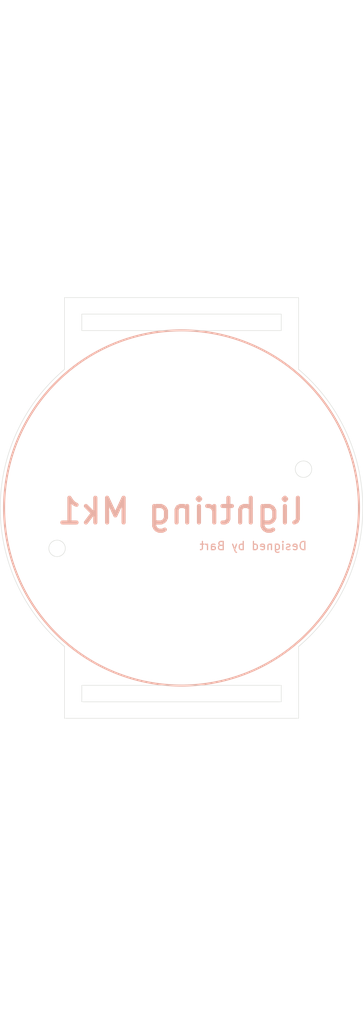
<source format=kicad_pcb>
(kicad_pcb (version 20171130) (host pcbnew 5.1.8-1.fc33)

  (general
    (thickness 1.6)
    (drawings 36)
    (tracks 0)
    (zones 0)
    (modules 0)
    (nets 1)
  )

  (page A4)
  (layers
    (0 F.Cu signal)
    (31 B.Cu signal)
    (32 B.Adhes user)
    (33 F.Adhes user)
    (34 B.Paste user)
    (35 F.Paste user)
    (36 B.SilkS user)
    (37 F.SilkS user)
    (38 B.Mask user)
    (39 F.Mask user)
    (40 Dwgs.User user)
    (41 Cmts.User user)
    (42 Eco1.User user)
    (43 Eco2.User user)
    (44 Edge.Cuts user)
    (45 Margin user)
    (46 B.CrtYd user)
    (47 F.CrtYd user)
    (48 B.Fab user)
    (49 F.Fab user)
  )

  (setup
    (last_trace_width 0.25)
    (trace_clearance 0.2)
    (zone_clearance 0.508)
    (zone_45_only no)
    (trace_min 0.2)
    (via_size 0.8)
    (via_drill 0.4)
    (via_min_size 0.4)
    (via_min_drill 0.3)
    (uvia_size 0.3)
    (uvia_drill 0.1)
    (uvias_allowed no)
    (uvia_min_size 0.2)
    (uvia_min_drill 0.1)
    (edge_width 0.05)
    (segment_width 0.2)
    (pcb_text_width 0.3)
    (pcb_text_size 1.5 1.5)
    (mod_edge_width 0.12)
    (mod_text_size 1 1)
    (mod_text_width 0.15)
    (pad_size 1.524 1.524)
    (pad_drill 0.762)
    (pad_to_mask_clearance 0)
    (aux_axis_origin 0 0)
    (visible_elements FFFFFF7F)
    (pcbplotparams
      (layerselection 0x010fc_ffffffff)
      (usegerberextensions false)
      (usegerberattributes true)
      (usegerberadvancedattributes true)
      (creategerberjobfile true)
      (excludeedgelayer true)
      (linewidth 0.150000)
      (plotframeref false)
      (viasonmask false)
      (mode 1)
      (useauxorigin false)
      (hpglpennumber 1)
      (hpglpenspeed 20)
      (hpglpendiameter 15.000000)
      (psnegative false)
      (psa4output false)
      (plotreference true)
      (plotvalue true)
      (plotinvisibletext false)
      (padsonsilk false)
      (subtractmaskfromsilk false)
      (outputformat 1)
      (mirror false)
      (drillshape 0)
      (scaleselection 1)
      (outputdirectory "output/V2/"))
  )

  (net 0 "")

  (net_class Default "To jest domyślna klasa połączeń."
    (clearance 0.2)
    (trace_width 0.25)
    (via_dia 0.8)
    (via_drill 0.4)
    (uvia_dia 0.3)
    (uvia_drill 0.1)
  )

  (gr_text "Designed by Bart" (at 138.7 94.6) (layer B.SilkS)
    (effects (font (size 1 1) (thickness 0.15)) (justify mirror))
  )
  (gr_text "lightring Mk1" (at 129.9 90.4) (layer B.SilkS)
    (effects (font (size 3 3) (thickness 0.5)) (justify mirror))
  )
  (gr_circle (center 130 90) (end 151.529515 90) (layer B.SilkS) (width 0.25))
  (gr_arc (start 130 90) (end 144.199999 106.799999) (angle -99.58846413) (layer Edge.Cuts) (width 0.05))
  (gr_arc (start 130 90) (end 115.800001 73.200001) (angle -99.58846413) (layer Edge.Cuts) (width 0.05))
  (gr_line (start 142.1 113.5) (end 117.9 113.5) (layer Edge.Cuts) (width 0.05) (tstamp 5FCBA109))
  (gr_line (start 117.9 111.5) (end 142.1 111.5) (layer Edge.Cuts) (width 0.05) (tstamp 5FCBA108))
  (gr_line (start 117.9 113.5) (end 117.9 111.5) (layer Edge.Cuts) (width 0.05) (tstamp 5FCBA107))
  (gr_line (start 142.1 111.5) (end 142.1 113.5) (layer Edge.Cuts) (width 0.05) (tstamp 5FCBA106))
  (gr_line (start 144.2 106.8) (end 144.2 115.5) (layer Edge.Cuts) (width 0.05) (tstamp 5FCBA105))
  (gr_line (start 115.8 106.8) (end 115.8 115.5) (layer Edge.Cuts) (width 0.05) (tstamp 5FCBA104))
  (gr_line (start 144.2 115.5) (end 115.8 115.5) (layer Edge.Cuts) (width 0.05) (tstamp 5FCBA103))
  (gr_line (start 117.9 68.5) (end 117.9 66.5) (layer Edge.Cuts) (width 0.05) (tstamp 5FCBA0DF))
  (gr_line (start 142.1 68.5) (end 117.9 68.5) (layer Edge.Cuts) (width 0.05))
  (gr_line (start 142.1 66.5) (end 142.1 68.5) (layer Edge.Cuts) (width 0.05))
  (gr_line (start 117.9 66.5) (end 142.1 66.5) (layer Edge.Cuts) (width 0.05))
  (gr_line (start 144.2 73.2) (end 144.2 64.5) (layer Edge.Cuts) (width 0.05))
  (gr_line (start 142 73.6) (end 144.2 73.6) (layer Eco1.User) (width 0.1))
  (gr_line (start 115.8 64.5) (end 144.2 64.5) (layer Edge.Cuts) (width 0.05))
  (gr_line (start 115.8 73.2) (end 115.8 64.5) (layer Edge.Cuts) (width 0.05))
  (gr_line (start 142.9 85.3) (end 146.7 85.3) (layer Eco1.User) (width 0.15) (tstamp 5FCBF929))
  (gr_circle (center 144.8 85.3) (end 146.7 85.3) (layer Eco2.User) (width 0.15) (tstamp 5FCBF928))
  (gr_circle (center 144.8 85.3) (end 146.7 85.3) (layer Eco1.User) (width 0.15) (tstamp 5FCBF927))
  (gr_circle (center 130 90) (end 152 90) (layer Eco1.User) (width 0.05) (tstamp 5FCBF926))
  (gr_circle (center 130 90) (end 130.1 90) (layer Cmts.User) (width 0.15) (tstamp 5FCBF925))
  (gr_circle (center 130 90) (end 131.1 90.3) (layer Cmts.User) (width 0.15) (tstamp 5FCBF924))
  (gr_line (start 118 90) (end 118 28.5) (layer Eco1.User) (width 0.15) (tstamp 5FCBF923))
  (gr_line (start 118 152.5) (end 118 89.99984) (layer Eco1.User) (width 0.15) (tstamp 5FCBF922))
  (gr_line (start 142 28.5) (end 142 152.5) (layer Eco1.User) (width 0.15) (tstamp 5FCBF921))
  (gr_circle (center 114.9 94.9) (end 116.8 94.9) (layer Eco1.User) (width 0.15) (tstamp 5FCBF920))
  (gr_line (start 114.9 93) (end 114.9 96.8) (layer Eco1.User) (width 0.15) (tstamp 5FCBF91F))
  (gr_circle (center 114.9 94.9) (end 116.8 94.9) (layer Eco2.User) (width 0.15) (tstamp 5FCBF91E))
  (gr_circle (center 114.9 94.9) (end 115.9 94.9) (layer Edge.Cuts) (width 0.05) (tstamp 5FCBF91D))
  (gr_line (start 113 94.9) (end 116.8 94.9) (layer Eco1.User) (width 0.15) (tstamp 5FCBF91C))
  (gr_circle (center 144.8 85.3) (end 145.8 85.3) (layer Edge.Cuts) (width 0.05) (tstamp 5FCBF91B))
  (gr_line (start 144.8 83.4) (end 144.8 87.2) (layer Eco1.User) (width 0.15) (tstamp 5FCBF91A))

)

</source>
